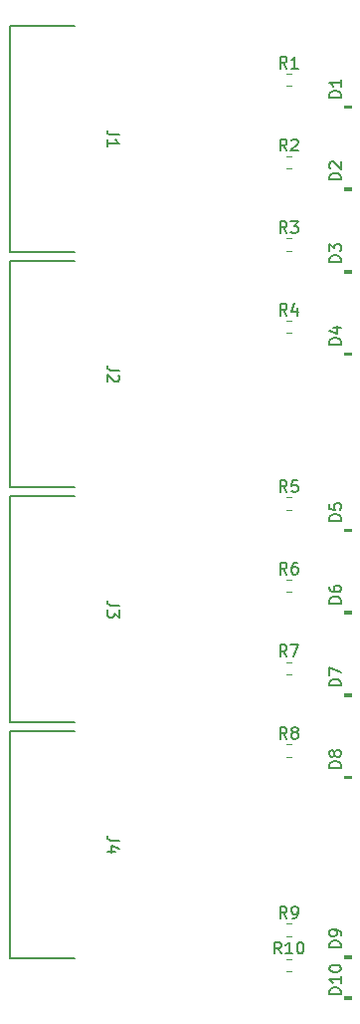
<source format=gbr>
%TF.GenerationSoftware,KiCad,Pcbnew,9.0.0*%
%TF.CreationDate,2025-03-09T10:12:05+03:00*%
%TF.ProjectId,PM_LED-10,504d5f4c-4544-42d3-9130-2e6b69636164,rev?*%
%TF.SameCoordinates,PX3ec0740PY6021600*%
%TF.FileFunction,Legend,Top*%
%TF.FilePolarity,Positive*%
%FSLAX46Y46*%
G04 Gerber Fmt 4.6, Leading zero omitted, Abs format (unit mm)*
G04 Created by KiCad (PCBNEW 9.0.0) date 2025-03-09 10:12:05*
%MOMM*%
%LPD*%
G01*
G04 APERTURE LIST*
%ADD10C,0.150000*%
%ADD11C,0.120000*%
%ADD12C,0.100000*%
%ADD13C,0.152400*%
G04 APERTURE END LIST*
D10*
X8833333Y-24819D02*
X8500000Y451372D01*
X8261905Y-24819D02*
X8261905Y975181D01*
X8261905Y975181D02*
X8642857Y975181D01*
X8642857Y975181D02*
X8738095Y927562D01*
X8738095Y927562D02*
X8785714Y879943D01*
X8785714Y879943D02*
X8833333Y784705D01*
X8833333Y784705D02*
X8833333Y641848D01*
X8833333Y641848D02*
X8785714Y546610D01*
X8785714Y546610D02*
X8738095Y498991D01*
X8738095Y498991D02*
X8642857Y451372D01*
X8642857Y451372D02*
X8261905Y451372D01*
X9738095Y975181D02*
X9261905Y975181D01*
X9261905Y975181D02*
X9214286Y498991D01*
X9214286Y498991D02*
X9261905Y546610D01*
X9261905Y546610D02*
X9357143Y594229D01*
X9357143Y594229D02*
X9595238Y594229D01*
X9595238Y594229D02*
X9690476Y546610D01*
X9690476Y546610D02*
X9738095Y498991D01*
X9738095Y498991D02*
X9785714Y403753D01*
X9785714Y403753D02*
X9785714Y165658D01*
X9785714Y165658D02*
X9738095Y70420D01*
X9738095Y70420D02*
X9690476Y22800D01*
X9690476Y22800D02*
X9595238Y-24819D01*
X9595238Y-24819D02*
X9357143Y-24819D01*
X9357143Y-24819D02*
X9261905Y22800D01*
X9261905Y22800D02*
X9214286Y70420D01*
X8357142Y-39274819D02*
X8023809Y-38798628D01*
X7785714Y-39274819D02*
X7785714Y-38274819D01*
X7785714Y-38274819D02*
X8166666Y-38274819D01*
X8166666Y-38274819D02*
X8261904Y-38322438D01*
X8261904Y-38322438D02*
X8309523Y-38370057D01*
X8309523Y-38370057D02*
X8357142Y-38465295D01*
X8357142Y-38465295D02*
X8357142Y-38608152D01*
X8357142Y-38608152D02*
X8309523Y-38703390D01*
X8309523Y-38703390D02*
X8261904Y-38751009D01*
X8261904Y-38751009D02*
X8166666Y-38798628D01*
X8166666Y-38798628D02*
X7785714Y-38798628D01*
X9309523Y-39274819D02*
X8738095Y-39274819D01*
X9023809Y-39274819D02*
X9023809Y-38274819D01*
X9023809Y-38274819D02*
X8928571Y-38417676D01*
X8928571Y-38417676D02*
X8833333Y-38512914D01*
X8833333Y-38512914D02*
X8738095Y-38560533D01*
X9928571Y-38274819D02*
X10023809Y-38274819D01*
X10023809Y-38274819D02*
X10119047Y-38322438D01*
X10119047Y-38322438D02*
X10166666Y-38370057D01*
X10166666Y-38370057D02*
X10214285Y-38465295D01*
X10214285Y-38465295D02*
X10261904Y-38655771D01*
X10261904Y-38655771D02*
X10261904Y-38893866D01*
X10261904Y-38893866D02*
X10214285Y-39084342D01*
X10214285Y-39084342D02*
X10166666Y-39179580D01*
X10166666Y-39179580D02*
X10119047Y-39227200D01*
X10119047Y-39227200D02*
X10023809Y-39274819D01*
X10023809Y-39274819D02*
X9928571Y-39274819D01*
X9928571Y-39274819D02*
X9833333Y-39227200D01*
X9833333Y-39227200D02*
X9785714Y-39179580D01*
X9785714Y-39179580D02*
X9738095Y-39084342D01*
X9738095Y-39084342D02*
X9690476Y-38893866D01*
X9690476Y-38893866D02*
X9690476Y-38655771D01*
X9690476Y-38655771D02*
X9738095Y-38465295D01*
X9738095Y-38465295D02*
X9785714Y-38370057D01*
X9785714Y-38370057D02*
X9833333Y-38322438D01*
X9833333Y-38322438D02*
X9928571Y-38274819D01*
X13454819Y26511906D02*
X12454819Y26511906D01*
X12454819Y26511906D02*
X12454819Y26750001D01*
X12454819Y26750001D02*
X12502438Y26892858D01*
X12502438Y26892858D02*
X12597676Y26988096D01*
X12597676Y26988096D02*
X12692914Y27035715D01*
X12692914Y27035715D02*
X12883390Y27083334D01*
X12883390Y27083334D02*
X13026247Y27083334D01*
X13026247Y27083334D02*
X13216723Y27035715D01*
X13216723Y27035715D02*
X13311961Y26988096D01*
X13311961Y26988096D02*
X13407200Y26892858D01*
X13407200Y26892858D02*
X13454819Y26750001D01*
X13454819Y26750001D02*
X13454819Y26511906D01*
X12550057Y27464287D02*
X12502438Y27511906D01*
X12502438Y27511906D02*
X12454819Y27607144D01*
X12454819Y27607144D02*
X12454819Y27845239D01*
X12454819Y27845239D02*
X12502438Y27940477D01*
X12502438Y27940477D02*
X12550057Y27988096D01*
X12550057Y27988096D02*
X12645295Y28035715D01*
X12645295Y28035715D02*
X12740533Y28035715D01*
X12740533Y28035715D02*
X12883390Y27988096D01*
X12883390Y27988096D02*
X13454819Y27416668D01*
X13454819Y27416668D02*
X13454819Y28035715D01*
X13454819Y19511906D02*
X12454819Y19511906D01*
X12454819Y19511906D02*
X12454819Y19750001D01*
X12454819Y19750001D02*
X12502438Y19892858D01*
X12502438Y19892858D02*
X12597676Y19988096D01*
X12597676Y19988096D02*
X12692914Y20035715D01*
X12692914Y20035715D02*
X12883390Y20083334D01*
X12883390Y20083334D02*
X13026247Y20083334D01*
X13026247Y20083334D02*
X13216723Y20035715D01*
X13216723Y20035715D02*
X13311961Y19988096D01*
X13311961Y19988096D02*
X13407200Y19892858D01*
X13407200Y19892858D02*
X13454819Y19750001D01*
X13454819Y19750001D02*
X13454819Y19511906D01*
X12454819Y20416668D02*
X12454819Y21035715D01*
X12454819Y21035715D02*
X12835771Y20702382D01*
X12835771Y20702382D02*
X12835771Y20845239D01*
X12835771Y20845239D02*
X12883390Y20940477D01*
X12883390Y20940477D02*
X12931009Y20988096D01*
X12931009Y20988096D02*
X13026247Y21035715D01*
X13026247Y21035715D02*
X13264342Y21035715D01*
X13264342Y21035715D02*
X13359580Y20988096D01*
X13359580Y20988096D02*
X13407200Y20940477D01*
X13407200Y20940477D02*
X13454819Y20845239D01*
X13454819Y20845239D02*
X13454819Y20559525D01*
X13454819Y20559525D02*
X13407200Y20464287D01*
X13407200Y20464287D02*
X13359580Y20416668D01*
X8833333Y-36274819D02*
X8500000Y-35798628D01*
X8261905Y-36274819D02*
X8261905Y-35274819D01*
X8261905Y-35274819D02*
X8642857Y-35274819D01*
X8642857Y-35274819D02*
X8738095Y-35322438D01*
X8738095Y-35322438D02*
X8785714Y-35370057D01*
X8785714Y-35370057D02*
X8833333Y-35465295D01*
X8833333Y-35465295D02*
X8833333Y-35608152D01*
X8833333Y-35608152D02*
X8785714Y-35703390D01*
X8785714Y-35703390D02*
X8738095Y-35751009D01*
X8738095Y-35751009D02*
X8642857Y-35798628D01*
X8642857Y-35798628D02*
X8261905Y-35798628D01*
X9309524Y-36274819D02*
X9500000Y-36274819D01*
X9500000Y-36274819D02*
X9595238Y-36227200D01*
X9595238Y-36227200D02*
X9642857Y-36179580D01*
X9642857Y-36179580D02*
X9738095Y-36036723D01*
X9738095Y-36036723D02*
X9785714Y-35846247D01*
X9785714Y-35846247D02*
X9785714Y-35465295D01*
X9785714Y-35465295D02*
X9738095Y-35370057D01*
X9738095Y-35370057D02*
X9690476Y-35322438D01*
X9690476Y-35322438D02*
X9595238Y-35274819D01*
X9595238Y-35274819D02*
X9404762Y-35274819D01*
X9404762Y-35274819D02*
X9309524Y-35322438D01*
X9309524Y-35322438D02*
X9261905Y-35370057D01*
X9261905Y-35370057D02*
X9214286Y-35465295D01*
X9214286Y-35465295D02*
X9214286Y-35703390D01*
X9214286Y-35703390D02*
X9261905Y-35798628D01*
X9261905Y-35798628D02*
X9309524Y-35846247D01*
X9309524Y-35846247D02*
X9404762Y-35893866D01*
X9404762Y-35893866D02*
X9595238Y-35893866D01*
X9595238Y-35893866D02*
X9690476Y-35846247D01*
X9690476Y-35846247D02*
X9738095Y-35798628D01*
X9738095Y-35798628D02*
X9785714Y-35703390D01*
X8833333Y21975181D02*
X8500000Y22451372D01*
X8261905Y21975181D02*
X8261905Y22975181D01*
X8261905Y22975181D02*
X8642857Y22975181D01*
X8642857Y22975181D02*
X8738095Y22927562D01*
X8738095Y22927562D02*
X8785714Y22879943D01*
X8785714Y22879943D02*
X8833333Y22784705D01*
X8833333Y22784705D02*
X8833333Y22641848D01*
X8833333Y22641848D02*
X8785714Y22546610D01*
X8785714Y22546610D02*
X8738095Y22498991D01*
X8738095Y22498991D02*
X8642857Y22451372D01*
X8642857Y22451372D02*
X8261905Y22451372D01*
X9166667Y22975181D02*
X9785714Y22975181D01*
X9785714Y22975181D02*
X9452381Y22594229D01*
X9452381Y22594229D02*
X9595238Y22594229D01*
X9595238Y22594229D02*
X9690476Y22546610D01*
X9690476Y22546610D02*
X9738095Y22498991D01*
X9738095Y22498991D02*
X9785714Y22403753D01*
X9785714Y22403753D02*
X9785714Y22165658D01*
X9785714Y22165658D02*
X9738095Y22070420D01*
X9738095Y22070420D02*
X9690476Y22022800D01*
X9690476Y22022800D02*
X9595238Y21975181D01*
X9595238Y21975181D02*
X9309524Y21975181D01*
X9309524Y21975181D02*
X9214286Y22022800D01*
X9214286Y22022800D02*
X9166667Y22070420D01*
X8833333Y14975181D02*
X8500000Y15451372D01*
X8261905Y14975181D02*
X8261905Y15975181D01*
X8261905Y15975181D02*
X8642857Y15975181D01*
X8642857Y15975181D02*
X8738095Y15927562D01*
X8738095Y15927562D02*
X8785714Y15879943D01*
X8785714Y15879943D02*
X8833333Y15784705D01*
X8833333Y15784705D02*
X8833333Y15641848D01*
X8833333Y15641848D02*
X8785714Y15546610D01*
X8785714Y15546610D02*
X8738095Y15498991D01*
X8738095Y15498991D02*
X8642857Y15451372D01*
X8642857Y15451372D02*
X8261905Y15451372D01*
X9690476Y15641848D02*
X9690476Y14975181D01*
X9452381Y16022800D02*
X9214286Y15308515D01*
X9214286Y15308515D02*
X9833333Y15308515D01*
X-5454820Y30333334D02*
X-6169105Y30333334D01*
X-6169105Y30333334D02*
X-6311962Y30380953D01*
X-6311962Y30380953D02*
X-6407200Y30476191D01*
X-6407200Y30476191D02*
X-6454820Y30619048D01*
X-6454820Y30619048D02*
X-6454820Y30714286D01*
X-6454820Y29333334D02*
X-6454820Y29904762D01*
X-6454820Y29619048D02*
X-5454820Y29619048D01*
X-5454820Y29619048D02*
X-5597677Y29714286D01*
X-5597677Y29714286D02*
X-5692915Y29809524D01*
X-5692915Y29809524D02*
X-5740534Y29904762D01*
X13454819Y-23488094D02*
X12454819Y-23488094D01*
X12454819Y-23488094D02*
X12454819Y-23249999D01*
X12454819Y-23249999D02*
X12502438Y-23107142D01*
X12502438Y-23107142D02*
X12597676Y-23011904D01*
X12597676Y-23011904D02*
X12692914Y-22964285D01*
X12692914Y-22964285D02*
X12883390Y-22916666D01*
X12883390Y-22916666D02*
X13026247Y-22916666D01*
X13026247Y-22916666D02*
X13216723Y-22964285D01*
X13216723Y-22964285D02*
X13311961Y-23011904D01*
X13311961Y-23011904D02*
X13407200Y-23107142D01*
X13407200Y-23107142D02*
X13454819Y-23249999D01*
X13454819Y-23249999D02*
X13454819Y-23488094D01*
X12883390Y-22345237D02*
X12835771Y-22440475D01*
X12835771Y-22440475D02*
X12788152Y-22488094D01*
X12788152Y-22488094D02*
X12692914Y-22535713D01*
X12692914Y-22535713D02*
X12645295Y-22535713D01*
X12645295Y-22535713D02*
X12550057Y-22488094D01*
X12550057Y-22488094D02*
X12502438Y-22440475D01*
X12502438Y-22440475D02*
X12454819Y-22345237D01*
X12454819Y-22345237D02*
X12454819Y-22154761D01*
X12454819Y-22154761D02*
X12502438Y-22059523D01*
X12502438Y-22059523D02*
X12550057Y-22011904D01*
X12550057Y-22011904D02*
X12645295Y-21964285D01*
X12645295Y-21964285D02*
X12692914Y-21964285D01*
X12692914Y-21964285D02*
X12788152Y-22011904D01*
X12788152Y-22011904D02*
X12835771Y-22059523D01*
X12835771Y-22059523D02*
X12883390Y-22154761D01*
X12883390Y-22154761D02*
X12883390Y-22345237D01*
X12883390Y-22345237D02*
X12931009Y-22440475D01*
X12931009Y-22440475D02*
X12978628Y-22488094D01*
X12978628Y-22488094D02*
X13073866Y-22535713D01*
X13073866Y-22535713D02*
X13264342Y-22535713D01*
X13264342Y-22535713D02*
X13359580Y-22488094D01*
X13359580Y-22488094D02*
X13407200Y-22440475D01*
X13407200Y-22440475D02*
X13454819Y-22345237D01*
X13454819Y-22345237D02*
X13454819Y-22154761D01*
X13454819Y-22154761D02*
X13407200Y-22059523D01*
X13407200Y-22059523D02*
X13359580Y-22011904D01*
X13359580Y-22011904D02*
X13264342Y-21964285D01*
X13264342Y-21964285D02*
X13073866Y-21964285D01*
X13073866Y-21964285D02*
X12978628Y-22011904D01*
X12978628Y-22011904D02*
X12931009Y-22059523D01*
X12931009Y-22059523D02*
X12883390Y-22154761D01*
X8833333Y-14024819D02*
X8500000Y-13548628D01*
X8261905Y-14024819D02*
X8261905Y-13024819D01*
X8261905Y-13024819D02*
X8642857Y-13024819D01*
X8642857Y-13024819D02*
X8738095Y-13072438D01*
X8738095Y-13072438D02*
X8785714Y-13120057D01*
X8785714Y-13120057D02*
X8833333Y-13215295D01*
X8833333Y-13215295D02*
X8833333Y-13358152D01*
X8833333Y-13358152D02*
X8785714Y-13453390D01*
X8785714Y-13453390D02*
X8738095Y-13501009D01*
X8738095Y-13501009D02*
X8642857Y-13548628D01*
X8642857Y-13548628D02*
X8261905Y-13548628D01*
X9166667Y-13024819D02*
X9833333Y-13024819D01*
X9833333Y-13024819D02*
X9404762Y-14024819D01*
X13454819Y-16488094D02*
X12454819Y-16488094D01*
X12454819Y-16488094D02*
X12454819Y-16249999D01*
X12454819Y-16249999D02*
X12502438Y-16107142D01*
X12502438Y-16107142D02*
X12597676Y-16011904D01*
X12597676Y-16011904D02*
X12692914Y-15964285D01*
X12692914Y-15964285D02*
X12883390Y-15916666D01*
X12883390Y-15916666D02*
X13026247Y-15916666D01*
X13026247Y-15916666D02*
X13216723Y-15964285D01*
X13216723Y-15964285D02*
X13311961Y-16011904D01*
X13311961Y-16011904D02*
X13407200Y-16107142D01*
X13407200Y-16107142D02*
X13454819Y-16249999D01*
X13454819Y-16249999D02*
X13454819Y-16488094D01*
X12454819Y-15583332D02*
X12454819Y-14916666D01*
X12454819Y-14916666D02*
X13454819Y-15345237D01*
X13454819Y-38738094D02*
X12454819Y-38738094D01*
X12454819Y-38738094D02*
X12454819Y-38499999D01*
X12454819Y-38499999D02*
X12502438Y-38357142D01*
X12502438Y-38357142D02*
X12597676Y-38261904D01*
X12597676Y-38261904D02*
X12692914Y-38214285D01*
X12692914Y-38214285D02*
X12883390Y-38166666D01*
X12883390Y-38166666D02*
X13026247Y-38166666D01*
X13026247Y-38166666D02*
X13216723Y-38214285D01*
X13216723Y-38214285D02*
X13311961Y-38261904D01*
X13311961Y-38261904D02*
X13407200Y-38357142D01*
X13407200Y-38357142D02*
X13454819Y-38499999D01*
X13454819Y-38499999D02*
X13454819Y-38738094D01*
X13454819Y-37690475D02*
X13454819Y-37499999D01*
X13454819Y-37499999D02*
X13407200Y-37404761D01*
X13407200Y-37404761D02*
X13359580Y-37357142D01*
X13359580Y-37357142D02*
X13216723Y-37261904D01*
X13216723Y-37261904D02*
X13026247Y-37214285D01*
X13026247Y-37214285D02*
X12645295Y-37214285D01*
X12645295Y-37214285D02*
X12550057Y-37261904D01*
X12550057Y-37261904D02*
X12502438Y-37309523D01*
X12502438Y-37309523D02*
X12454819Y-37404761D01*
X12454819Y-37404761D02*
X12454819Y-37595237D01*
X12454819Y-37595237D02*
X12502438Y-37690475D01*
X12502438Y-37690475D02*
X12550057Y-37738094D01*
X12550057Y-37738094D02*
X12645295Y-37785713D01*
X12645295Y-37785713D02*
X12883390Y-37785713D01*
X12883390Y-37785713D02*
X12978628Y-37738094D01*
X12978628Y-37738094D02*
X13026247Y-37690475D01*
X13026247Y-37690475D02*
X13073866Y-37595237D01*
X13073866Y-37595237D02*
X13073866Y-37404761D01*
X13073866Y-37404761D02*
X13026247Y-37309523D01*
X13026247Y-37309523D02*
X12978628Y-37261904D01*
X12978628Y-37261904D02*
X12883390Y-37214285D01*
X13454819Y33511906D02*
X12454819Y33511906D01*
X12454819Y33511906D02*
X12454819Y33750001D01*
X12454819Y33750001D02*
X12502438Y33892858D01*
X12502438Y33892858D02*
X12597676Y33988096D01*
X12597676Y33988096D02*
X12692914Y34035715D01*
X12692914Y34035715D02*
X12883390Y34083334D01*
X12883390Y34083334D02*
X13026247Y34083334D01*
X13026247Y34083334D02*
X13216723Y34035715D01*
X13216723Y34035715D02*
X13311961Y33988096D01*
X13311961Y33988096D02*
X13407200Y33892858D01*
X13407200Y33892858D02*
X13454819Y33750001D01*
X13454819Y33750001D02*
X13454819Y33511906D01*
X13454819Y35035715D02*
X13454819Y34464287D01*
X13454819Y34750001D02*
X12454819Y34750001D01*
X12454819Y34750001D02*
X12597676Y34654763D01*
X12597676Y34654763D02*
X12692914Y34559525D01*
X12692914Y34559525D02*
X12740533Y34464287D01*
X13454819Y12511906D02*
X12454819Y12511906D01*
X12454819Y12511906D02*
X12454819Y12750001D01*
X12454819Y12750001D02*
X12502438Y12892858D01*
X12502438Y12892858D02*
X12597676Y12988096D01*
X12597676Y12988096D02*
X12692914Y13035715D01*
X12692914Y13035715D02*
X12883390Y13083334D01*
X12883390Y13083334D02*
X13026247Y13083334D01*
X13026247Y13083334D02*
X13216723Y13035715D01*
X13216723Y13035715D02*
X13311961Y12988096D01*
X13311961Y12988096D02*
X13407200Y12892858D01*
X13407200Y12892858D02*
X13454819Y12750001D01*
X13454819Y12750001D02*
X13454819Y12511906D01*
X12788152Y13940477D02*
X13454819Y13940477D01*
X12407200Y13702382D02*
X13121485Y13464287D01*
X13121485Y13464287D02*
X13121485Y14083334D01*
X8833333Y-21024819D02*
X8500000Y-20548628D01*
X8261905Y-21024819D02*
X8261905Y-20024819D01*
X8261905Y-20024819D02*
X8642857Y-20024819D01*
X8642857Y-20024819D02*
X8738095Y-20072438D01*
X8738095Y-20072438D02*
X8785714Y-20120057D01*
X8785714Y-20120057D02*
X8833333Y-20215295D01*
X8833333Y-20215295D02*
X8833333Y-20358152D01*
X8833333Y-20358152D02*
X8785714Y-20453390D01*
X8785714Y-20453390D02*
X8738095Y-20501009D01*
X8738095Y-20501009D02*
X8642857Y-20548628D01*
X8642857Y-20548628D02*
X8261905Y-20548628D01*
X9404762Y-20453390D02*
X9309524Y-20405771D01*
X9309524Y-20405771D02*
X9261905Y-20358152D01*
X9261905Y-20358152D02*
X9214286Y-20262914D01*
X9214286Y-20262914D02*
X9214286Y-20215295D01*
X9214286Y-20215295D02*
X9261905Y-20120057D01*
X9261905Y-20120057D02*
X9309524Y-20072438D01*
X9309524Y-20072438D02*
X9404762Y-20024819D01*
X9404762Y-20024819D02*
X9595238Y-20024819D01*
X9595238Y-20024819D02*
X9690476Y-20072438D01*
X9690476Y-20072438D02*
X9738095Y-20120057D01*
X9738095Y-20120057D02*
X9785714Y-20215295D01*
X9785714Y-20215295D02*
X9785714Y-20262914D01*
X9785714Y-20262914D02*
X9738095Y-20358152D01*
X9738095Y-20358152D02*
X9690476Y-20405771D01*
X9690476Y-20405771D02*
X9595238Y-20453390D01*
X9595238Y-20453390D02*
X9404762Y-20453390D01*
X9404762Y-20453390D02*
X9309524Y-20501009D01*
X9309524Y-20501009D02*
X9261905Y-20548628D01*
X9261905Y-20548628D02*
X9214286Y-20643866D01*
X9214286Y-20643866D02*
X9214286Y-20834342D01*
X9214286Y-20834342D02*
X9261905Y-20929580D01*
X9261905Y-20929580D02*
X9309524Y-20977200D01*
X9309524Y-20977200D02*
X9404762Y-21024819D01*
X9404762Y-21024819D02*
X9595238Y-21024819D01*
X9595238Y-21024819D02*
X9690476Y-20977200D01*
X9690476Y-20977200D02*
X9738095Y-20929580D01*
X9738095Y-20929580D02*
X9785714Y-20834342D01*
X9785714Y-20834342D02*
X9785714Y-20643866D01*
X9785714Y-20643866D02*
X9738095Y-20548628D01*
X9738095Y-20548628D02*
X9690476Y-20501009D01*
X9690476Y-20501009D02*
X9595238Y-20453390D01*
X13454819Y-42714285D02*
X12454819Y-42714285D01*
X12454819Y-42714285D02*
X12454819Y-42476190D01*
X12454819Y-42476190D02*
X12502438Y-42333333D01*
X12502438Y-42333333D02*
X12597676Y-42238095D01*
X12597676Y-42238095D02*
X12692914Y-42190476D01*
X12692914Y-42190476D02*
X12883390Y-42142857D01*
X12883390Y-42142857D02*
X13026247Y-42142857D01*
X13026247Y-42142857D02*
X13216723Y-42190476D01*
X13216723Y-42190476D02*
X13311961Y-42238095D01*
X13311961Y-42238095D02*
X13407200Y-42333333D01*
X13407200Y-42333333D02*
X13454819Y-42476190D01*
X13454819Y-42476190D02*
X13454819Y-42714285D01*
X13454819Y-41190476D02*
X13454819Y-41761904D01*
X13454819Y-41476190D02*
X12454819Y-41476190D01*
X12454819Y-41476190D02*
X12597676Y-41571428D01*
X12597676Y-41571428D02*
X12692914Y-41666666D01*
X12692914Y-41666666D02*
X12740533Y-41761904D01*
X12454819Y-40571428D02*
X12454819Y-40476190D01*
X12454819Y-40476190D02*
X12502438Y-40380952D01*
X12502438Y-40380952D02*
X12550057Y-40333333D01*
X12550057Y-40333333D02*
X12645295Y-40285714D01*
X12645295Y-40285714D02*
X12835771Y-40238095D01*
X12835771Y-40238095D02*
X13073866Y-40238095D01*
X13073866Y-40238095D02*
X13264342Y-40285714D01*
X13264342Y-40285714D02*
X13359580Y-40333333D01*
X13359580Y-40333333D02*
X13407200Y-40380952D01*
X13407200Y-40380952D02*
X13454819Y-40476190D01*
X13454819Y-40476190D02*
X13454819Y-40571428D01*
X13454819Y-40571428D02*
X13407200Y-40666666D01*
X13407200Y-40666666D02*
X13359580Y-40714285D01*
X13359580Y-40714285D02*
X13264342Y-40761904D01*
X13264342Y-40761904D02*
X13073866Y-40809523D01*
X13073866Y-40809523D02*
X12835771Y-40809523D01*
X12835771Y-40809523D02*
X12645295Y-40761904D01*
X12645295Y-40761904D02*
X12550057Y-40714285D01*
X12550057Y-40714285D02*
X12502438Y-40666666D01*
X12502438Y-40666666D02*
X12454819Y-40571428D01*
X8833333Y-7024819D02*
X8500000Y-6548628D01*
X8261905Y-7024819D02*
X8261905Y-6024819D01*
X8261905Y-6024819D02*
X8642857Y-6024819D01*
X8642857Y-6024819D02*
X8738095Y-6072438D01*
X8738095Y-6072438D02*
X8785714Y-6120057D01*
X8785714Y-6120057D02*
X8833333Y-6215295D01*
X8833333Y-6215295D02*
X8833333Y-6358152D01*
X8833333Y-6358152D02*
X8785714Y-6453390D01*
X8785714Y-6453390D02*
X8738095Y-6501009D01*
X8738095Y-6501009D02*
X8642857Y-6548628D01*
X8642857Y-6548628D02*
X8261905Y-6548628D01*
X9690476Y-6024819D02*
X9500000Y-6024819D01*
X9500000Y-6024819D02*
X9404762Y-6072438D01*
X9404762Y-6072438D02*
X9357143Y-6120057D01*
X9357143Y-6120057D02*
X9261905Y-6262914D01*
X9261905Y-6262914D02*
X9214286Y-6453390D01*
X9214286Y-6453390D02*
X9214286Y-6834342D01*
X9214286Y-6834342D02*
X9261905Y-6929580D01*
X9261905Y-6929580D02*
X9309524Y-6977200D01*
X9309524Y-6977200D02*
X9404762Y-7024819D01*
X9404762Y-7024819D02*
X9595238Y-7024819D01*
X9595238Y-7024819D02*
X9690476Y-6977200D01*
X9690476Y-6977200D02*
X9738095Y-6929580D01*
X9738095Y-6929580D02*
X9785714Y-6834342D01*
X9785714Y-6834342D02*
X9785714Y-6596247D01*
X9785714Y-6596247D02*
X9738095Y-6501009D01*
X9738095Y-6501009D02*
X9690476Y-6453390D01*
X9690476Y-6453390D02*
X9595238Y-6405771D01*
X9595238Y-6405771D02*
X9404762Y-6405771D01*
X9404762Y-6405771D02*
X9309524Y-6453390D01*
X9309524Y-6453390D02*
X9261905Y-6501009D01*
X9261905Y-6501009D02*
X9214286Y-6596247D01*
X-5454820Y-9666666D02*
X-6169105Y-9666666D01*
X-6169105Y-9666666D02*
X-6311962Y-9619047D01*
X-6311962Y-9619047D02*
X-6407200Y-9523809D01*
X-6407200Y-9523809D02*
X-6454820Y-9380952D01*
X-6454820Y-9380952D02*
X-6454820Y-9285714D01*
X-5454820Y-10047619D02*
X-5454820Y-10666666D01*
X-5454820Y-10666666D02*
X-5835772Y-10333333D01*
X-5835772Y-10333333D02*
X-5835772Y-10476190D01*
X-5835772Y-10476190D02*
X-5883391Y-10571428D01*
X-5883391Y-10571428D02*
X-5931010Y-10619047D01*
X-5931010Y-10619047D02*
X-6026248Y-10666666D01*
X-6026248Y-10666666D02*
X-6264343Y-10666666D01*
X-6264343Y-10666666D02*
X-6359581Y-10619047D01*
X-6359581Y-10619047D02*
X-6407200Y-10571428D01*
X-6407200Y-10571428D02*
X-6454820Y-10476190D01*
X-6454820Y-10476190D02*
X-6454820Y-10190476D01*
X-6454820Y-10190476D02*
X-6407200Y-10095238D01*
X-6407200Y-10095238D02*
X-6359581Y-10047619D01*
X8833333Y35975181D02*
X8500000Y36451372D01*
X8261905Y35975181D02*
X8261905Y36975181D01*
X8261905Y36975181D02*
X8642857Y36975181D01*
X8642857Y36975181D02*
X8738095Y36927562D01*
X8738095Y36927562D02*
X8785714Y36879943D01*
X8785714Y36879943D02*
X8833333Y36784705D01*
X8833333Y36784705D02*
X8833333Y36641848D01*
X8833333Y36641848D02*
X8785714Y36546610D01*
X8785714Y36546610D02*
X8738095Y36498991D01*
X8738095Y36498991D02*
X8642857Y36451372D01*
X8642857Y36451372D02*
X8261905Y36451372D01*
X9785714Y35975181D02*
X9214286Y35975181D01*
X9500000Y35975181D02*
X9500000Y36975181D01*
X9500000Y36975181D02*
X9404762Y36832324D01*
X9404762Y36832324D02*
X9309524Y36737086D01*
X9309524Y36737086D02*
X9214286Y36689467D01*
X8833333Y28975181D02*
X8500000Y29451372D01*
X8261905Y28975181D02*
X8261905Y29975181D01*
X8261905Y29975181D02*
X8642857Y29975181D01*
X8642857Y29975181D02*
X8738095Y29927562D01*
X8738095Y29927562D02*
X8785714Y29879943D01*
X8785714Y29879943D02*
X8833333Y29784705D01*
X8833333Y29784705D02*
X8833333Y29641848D01*
X8833333Y29641848D02*
X8785714Y29546610D01*
X8785714Y29546610D02*
X8738095Y29498991D01*
X8738095Y29498991D02*
X8642857Y29451372D01*
X8642857Y29451372D02*
X8261905Y29451372D01*
X9214286Y29879943D02*
X9261905Y29927562D01*
X9261905Y29927562D02*
X9357143Y29975181D01*
X9357143Y29975181D02*
X9595238Y29975181D01*
X9595238Y29975181D02*
X9690476Y29927562D01*
X9690476Y29927562D02*
X9738095Y29879943D01*
X9738095Y29879943D02*
X9785714Y29784705D01*
X9785714Y29784705D02*
X9785714Y29689467D01*
X9785714Y29689467D02*
X9738095Y29546610D01*
X9738095Y29546610D02*
X9166667Y28975181D01*
X9166667Y28975181D02*
X9785714Y28975181D01*
X-5454820Y10333334D02*
X-6169105Y10333334D01*
X-6169105Y10333334D02*
X-6311962Y10380953D01*
X-6311962Y10380953D02*
X-6407200Y10476191D01*
X-6407200Y10476191D02*
X-6454820Y10619048D01*
X-6454820Y10619048D02*
X-6454820Y10714286D01*
X-5550058Y9904762D02*
X-5502439Y9857143D01*
X-5502439Y9857143D02*
X-5454820Y9761905D01*
X-5454820Y9761905D02*
X-5454820Y9523810D01*
X-5454820Y9523810D02*
X-5502439Y9428572D01*
X-5502439Y9428572D02*
X-5550058Y9380953D01*
X-5550058Y9380953D02*
X-5645296Y9333334D01*
X-5645296Y9333334D02*
X-5740534Y9333334D01*
X-5740534Y9333334D02*
X-5883391Y9380953D01*
X-5883391Y9380953D02*
X-6454820Y9952381D01*
X-6454820Y9952381D02*
X-6454820Y9333334D01*
X13454819Y-9488094D02*
X12454819Y-9488094D01*
X12454819Y-9488094D02*
X12454819Y-9249999D01*
X12454819Y-9249999D02*
X12502438Y-9107142D01*
X12502438Y-9107142D02*
X12597676Y-9011904D01*
X12597676Y-9011904D02*
X12692914Y-8964285D01*
X12692914Y-8964285D02*
X12883390Y-8916666D01*
X12883390Y-8916666D02*
X13026247Y-8916666D01*
X13026247Y-8916666D02*
X13216723Y-8964285D01*
X13216723Y-8964285D02*
X13311961Y-9011904D01*
X13311961Y-9011904D02*
X13407200Y-9107142D01*
X13407200Y-9107142D02*
X13454819Y-9249999D01*
X13454819Y-9249999D02*
X13454819Y-9488094D01*
X12454819Y-8059523D02*
X12454819Y-8249999D01*
X12454819Y-8249999D02*
X12502438Y-8345237D01*
X12502438Y-8345237D02*
X12550057Y-8392856D01*
X12550057Y-8392856D02*
X12692914Y-8488094D01*
X12692914Y-8488094D02*
X12883390Y-8535713D01*
X12883390Y-8535713D02*
X13264342Y-8535713D01*
X13264342Y-8535713D02*
X13359580Y-8488094D01*
X13359580Y-8488094D02*
X13407200Y-8440475D01*
X13407200Y-8440475D02*
X13454819Y-8345237D01*
X13454819Y-8345237D02*
X13454819Y-8154761D01*
X13454819Y-8154761D02*
X13407200Y-8059523D01*
X13407200Y-8059523D02*
X13359580Y-8011904D01*
X13359580Y-8011904D02*
X13264342Y-7964285D01*
X13264342Y-7964285D02*
X13026247Y-7964285D01*
X13026247Y-7964285D02*
X12931009Y-8011904D01*
X12931009Y-8011904D02*
X12883390Y-8059523D01*
X12883390Y-8059523D02*
X12835771Y-8154761D01*
X12835771Y-8154761D02*
X12835771Y-8345237D01*
X12835771Y-8345237D02*
X12883390Y-8440475D01*
X12883390Y-8440475D02*
X12931009Y-8488094D01*
X12931009Y-8488094D02*
X13026247Y-8535713D01*
X-5454820Y-29666666D02*
X-6169105Y-29666666D01*
X-6169105Y-29666666D02*
X-6311962Y-29619047D01*
X-6311962Y-29619047D02*
X-6407200Y-29523809D01*
X-6407200Y-29523809D02*
X-6454820Y-29380952D01*
X-6454820Y-29380952D02*
X-6454820Y-29285714D01*
X-5788153Y-30571428D02*
X-6454820Y-30571428D01*
X-5407200Y-30333333D02*
X-6121486Y-30095238D01*
X-6121486Y-30095238D02*
X-6121486Y-30714285D01*
X13454819Y-2488094D02*
X12454819Y-2488094D01*
X12454819Y-2488094D02*
X12454819Y-2249999D01*
X12454819Y-2249999D02*
X12502438Y-2107142D01*
X12502438Y-2107142D02*
X12597676Y-2011904D01*
X12597676Y-2011904D02*
X12692914Y-1964285D01*
X12692914Y-1964285D02*
X12883390Y-1916666D01*
X12883390Y-1916666D02*
X13026247Y-1916666D01*
X13026247Y-1916666D02*
X13216723Y-1964285D01*
X13216723Y-1964285D02*
X13311961Y-2011904D01*
X13311961Y-2011904D02*
X13407200Y-2107142D01*
X13407200Y-2107142D02*
X13454819Y-2249999D01*
X13454819Y-2249999D02*
X13454819Y-2488094D01*
X12454819Y-1011904D02*
X12454819Y-1488094D01*
X12454819Y-1488094D02*
X12931009Y-1535713D01*
X12931009Y-1535713D02*
X12883390Y-1488094D01*
X12883390Y-1488094D02*
X12835771Y-1392856D01*
X12835771Y-1392856D02*
X12835771Y-1154761D01*
X12835771Y-1154761D02*
X12883390Y-1059523D01*
X12883390Y-1059523D02*
X12931009Y-1011904D01*
X12931009Y-1011904D02*
X13026247Y-964285D01*
X13026247Y-964285D02*
X13264342Y-964285D01*
X13264342Y-964285D02*
X13359580Y-1011904D01*
X13359580Y-1011904D02*
X13407200Y-1059523D01*
X13407200Y-1059523D02*
X13454819Y-1154761D01*
X13454819Y-1154761D02*
X13454819Y-1392856D01*
X13454819Y-1392856D02*
X13407200Y-1488094D01*
X13407200Y-1488094D02*
X13359580Y-1535713D01*
D11*
%TO.C,R5*%
X8762742Y-477500D02*
X9237258Y-477500D01*
X8762742Y-1522500D02*
X9237258Y-1522500D01*
%TO.C,R10*%
X8762742Y-39727500D02*
X9237258Y-39727500D01*
X8762742Y-40772500D02*
X9237258Y-40772500D01*
%TO.C,D2*%
D12*
X13700000Y25624600D02*
X14300000Y25624600D01*
X14300000Y25850000D01*
X13700000Y25850000D01*
X13700000Y25624600D01*
G36*
X13700000Y25624600D02*
G01*
X14300000Y25624600D01*
X14300000Y25850000D01*
X13700000Y25850000D01*
X13700000Y25624600D01*
G37*
%TO.C,D3*%
X13700000Y18624600D02*
X14300000Y18624600D01*
X14300000Y18850000D01*
X13700000Y18850000D01*
X13700000Y18624600D01*
G36*
X13700000Y18624600D02*
G01*
X14300000Y18624600D01*
X14300000Y18850000D01*
X13700000Y18850000D01*
X13700000Y18624600D01*
G37*
D11*
%TO.C,R9*%
X8762742Y-36727500D02*
X9237258Y-36727500D01*
X8762742Y-37772500D02*
X9237258Y-37772500D01*
%TO.C,R3*%
X8762742Y21522500D02*
X9237258Y21522500D01*
X8762742Y20477500D02*
X9237258Y20477500D01*
%TO.C,R4*%
X8762742Y14522500D02*
X9237258Y14522500D01*
X8762742Y13477500D02*
X9237258Y13477500D01*
D13*
%TO.C,J1*%
X-14781300Y39623301D02*
X-14781300Y20376699D01*
X-14781300Y20376699D02*
X-9218700Y20376699D01*
X-9218700Y39623301D02*
X-14781300Y39623301D01*
%TO.C,D8*%
D12*
X13700000Y-24375400D02*
X14300000Y-24375400D01*
X14300000Y-24150000D01*
X13700000Y-24150000D01*
X13700000Y-24375400D01*
G36*
X13700000Y-24375400D02*
G01*
X14300000Y-24375400D01*
X14300000Y-24150000D01*
X13700000Y-24150000D01*
X13700000Y-24375400D01*
G37*
D11*
%TO.C,R7*%
X8762742Y-14477500D02*
X9237258Y-14477500D01*
X8762742Y-15522500D02*
X9237258Y-15522500D01*
%TO.C,D7*%
D12*
X13700000Y-17375400D02*
X14300000Y-17375400D01*
X14300000Y-17150000D01*
X13700000Y-17150000D01*
X13700000Y-17375400D01*
G36*
X13700000Y-17375400D02*
G01*
X14300000Y-17375400D01*
X14300000Y-17150000D01*
X13700000Y-17150000D01*
X13700000Y-17375400D01*
G37*
%TO.C,D9*%
X13700000Y-39625400D02*
X14300000Y-39625400D01*
X14300000Y-39400000D01*
X13700000Y-39400000D01*
X13700000Y-39625400D01*
G36*
X13700000Y-39625400D02*
G01*
X14300000Y-39625400D01*
X14300000Y-39400000D01*
X13700000Y-39400000D01*
X13700000Y-39625400D01*
G37*
%TO.C,D1*%
X13700000Y32624600D02*
X14300000Y32624600D01*
X14300000Y32850000D01*
X13700000Y32850000D01*
X13700000Y32624600D01*
G36*
X13700000Y32624600D02*
G01*
X14300000Y32624600D01*
X14300000Y32850000D01*
X13700000Y32850000D01*
X13700000Y32624600D01*
G37*
%TO.C,D4*%
X13700000Y11624600D02*
X14300000Y11624600D01*
X14300000Y11850000D01*
X13700000Y11850000D01*
X13700000Y11624600D01*
G36*
X13700000Y11624600D02*
G01*
X14300000Y11624600D01*
X14300000Y11850000D01*
X13700000Y11850000D01*
X13700000Y11624600D01*
G37*
D11*
%TO.C,R8*%
X8762742Y-21477500D02*
X9237258Y-21477500D01*
X8762742Y-22522500D02*
X9237258Y-22522500D01*
%TO.C,D10*%
D12*
X13700000Y-43125400D02*
X14300000Y-43125400D01*
X14300000Y-42900000D01*
X13700000Y-42900000D01*
X13700000Y-43125400D01*
G36*
X13700000Y-43125400D02*
G01*
X14300000Y-43125400D01*
X14300000Y-42900000D01*
X13700000Y-42900000D01*
X13700000Y-43125400D01*
G37*
D11*
%TO.C,R6*%
X8762742Y-7477500D02*
X9237258Y-7477500D01*
X8762742Y-8522500D02*
X9237258Y-8522500D01*
D13*
%TO.C,J3*%
X-14781300Y-376699D02*
X-14781300Y-19623301D01*
X-14781300Y-19623301D02*
X-9218700Y-19623301D01*
X-9218700Y-376699D02*
X-14781300Y-376699D01*
D11*
%TO.C,R1*%
X8762742Y35522500D02*
X9237258Y35522500D01*
X8762742Y34477500D02*
X9237258Y34477500D01*
%TO.C,R2*%
X8762742Y28522500D02*
X9237258Y28522500D01*
X8762742Y27477500D02*
X9237258Y27477500D01*
D13*
%TO.C,J2*%
X-14781300Y19623301D02*
X-14781300Y376699D01*
X-14781300Y376699D02*
X-9218700Y376699D01*
X-9218700Y19623301D02*
X-14781300Y19623301D01*
%TO.C,D6*%
D12*
X13700000Y-10375400D02*
X14300000Y-10375400D01*
X14300000Y-10150000D01*
X13700000Y-10150000D01*
X13700000Y-10375400D01*
G36*
X13700000Y-10375400D02*
G01*
X14300000Y-10375400D01*
X14300000Y-10150000D01*
X13700000Y-10150000D01*
X13700000Y-10375400D01*
G37*
D13*
%TO.C,J4*%
X-14781300Y-20376699D02*
X-14781300Y-39623301D01*
X-14781300Y-39623301D02*
X-9218700Y-39623301D01*
X-9218700Y-20376699D02*
X-14781300Y-20376699D01*
%TO.C,D5*%
D12*
X13700000Y-3375400D02*
X14300000Y-3375400D01*
X14300000Y-3150000D01*
X13700000Y-3150000D01*
X13700000Y-3375400D01*
G36*
X13700000Y-3375400D02*
G01*
X14300000Y-3375400D01*
X14300000Y-3150000D01*
X13700000Y-3150000D01*
X13700000Y-3375400D01*
G37*
%TD*%
M02*

</source>
